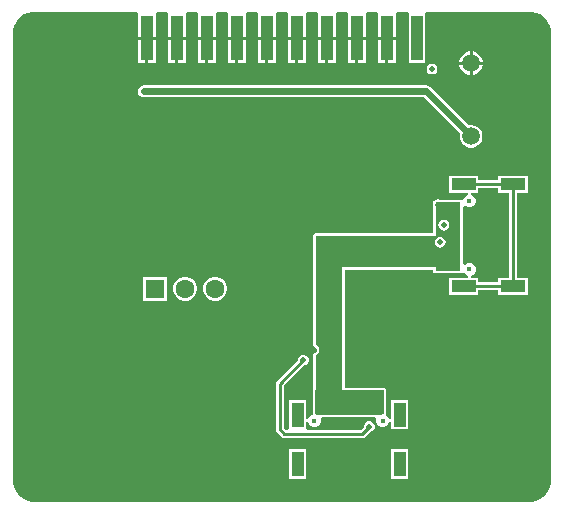
<source format=gbl>
G04*
G04 #@! TF.GenerationSoftware,Altium Limited,Altium Designer,24.10.1 (45)*
G04*
G04 Layer_Physical_Order=4*
G04 Layer_Color=16711680*
%FSLAX44Y44*%
%MOMM*%
G71*
G04*
G04 #@! TF.SameCoordinates,369B9CB0-29D8-4664-9DD5-51349DE9450A*
G04*
G04*
G04 #@! TF.FilePolarity,Positive*
G04*
G01*
G75*
%ADD10C,0.2540*%
%ADD22R,1.0000X3.7000*%
%ADD49C,0.6000*%
%ADD52R,1.6000X1.6000*%
%ADD53C,1.6000*%
%ADD54C,1.5000*%
%ADD55R,1.0000X2.1000*%
%ADD56C,0.4000*%
%ADD57R,2.1000X1.0000*%
%ADD58C,0.5000*%
G36*
X457078Y381741D02*
X460247Y380429D01*
X463098Y378524D01*
X465523Y376098D01*
X467429Y373247D01*
X468741Y370078D01*
X469410Y366715D01*
Y365000D01*
Y-15000D01*
Y-16715D01*
X468741Y-20078D01*
X467429Y-23247D01*
X465523Y-26098D01*
X463098Y-28523D01*
X460247Y-30429D01*
X457078Y-31741D01*
X453715Y-32410D01*
X30285D01*
X26922Y-31741D01*
X23753Y-30429D01*
X20902Y-28523D01*
X18476Y-26098D01*
X16571Y-23247D01*
X15259Y-20078D01*
X14590Y-16715D01*
Y-15000D01*
Y365000D01*
Y366715D01*
X15259Y370078D01*
X16571Y373247D01*
X18476Y376098D01*
X20902Y378524D01*
X23753Y380429D01*
X26922Y381741D01*
X30285Y382410D01*
X118588D01*
X120060Y381040D01*
X120060Y380370D01*
Y361270D01*
X135140D01*
Y380370D01*
X135140Y381040D01*
X136612Y382410D01*
X143988D01*
X145460Y381040D01*
X145460Y380370D01*
Y361270D01*
X160540D01*
Y380370D01*
X160540Y381040D01*
X162012Y382410D01*
X169388D01*
X170860Y381040D01*
X170860Y380370D01*
Y361270D01*
X185940D01*
Y380370D01*
X185940Y381040D01*
X187412Y382410D01*
X194788D01*
X196260Y381040D01*
X196260Y380370D01*
Y361270D01*
X211340D01*
Y380370D01*
X211340Y381040D01*
X212812Y382410D01*
X220188D01*
X221660Y381040D01*
X221660Y380370D01*
Y361270D01*
X236740D01*
Y380370D01*
X236740Y381040D01*
X238212Y382410D01*
X245588D01*
X247060Y381040D01*
X247060Y380370D01*
Y361270D01*
X262140D01*
Y380370D01*
X262140Y381040D01*
X263612Y382410D01*
X270988D01*
X272460Y381040D01*
X272460Y380370D01*
Y361270D01*
X287540D01*
Y380370D01*
X287540Y381040D01*
X289012Y382410D01*
X296388D01*
X297860Y381040D01*
X297860Y380370D01*
Y361270D01*
X312940D01*
Y380370D01*
X312940Y381040D01*
X314412Y382410D01*
X321788D01*
X323260Y381040D01*
X323260Y380370D01*
Y361270D01*
X338340D01*
Y380370D01*
X338340Y381040D01*
X339812Y382410D01*
X348751D01*
X349160Y380540D01*
X349160Y380370D01*
Y339460D01*
X363240D01*
Y380370D01*
X363240Y380540D01*
X363649Y382410D01*
X453715D01*
X457078Y381741D01*
D02*
G37*
%LPC*%
G36*
X403322Y349040D02*
X403270D01*
Y340270D01*
X412040D01*
Y340322D01*
X411356Y342875D01*
X410034Y345165D01*
X408165Y347034D01*
X405875Y348356D01*
X403322Y349040D01*
D02*
G37*
G36*
X400730D02*
X400678D01*
X398125Y348356D01*
X395835Y347034D01*
X393966Y345165D01*
X392644Y342875D01*
X391960Y340322D01*
Y340270D01*
X400730D01*
Y349040D01*
D02*
G37*
G36*
X338340Y358730D02*
X332070D01*
Y338960D01*
X338340D01*
Y358730D01*
D02*
G37*
G36*
X329530D02*
X323260D01*
Y338960D01*
X329530D01*
Y358730D01*
D02*
G37*
G36*
X312940D02*
X306670D01*
Y338960D01*
X312940D01*
Y358730D01*
D02*
G37*
G36*
X304130D02*
X297860D01*
Y338960D01*
X304130D01*
Y358730D01*
D02*
G37*
G36*
X287540D02*
X281270D01*
Y338960D01*
X287540D01*
Y358730D01*
D02*
G37*
G36*
X278730D02*
X272460D01*
Y338960D01*
X278730D01*
Y358730D01*
D02*
G37*
G36*
X262140D02*
X255870D01*
Y338960D01*
X262140D01*
Y358730D01*
D02*
G37*
G36*
X253330D02*
X247060D01*
Y338960D01*
X253330D01*
Y358730D01*
D02*
G37*
G36*
X236740D02*
X230470D01*
Y338960D01*
X236740D01*
Y358730D01*
D02*
G37*
G36*
X227930D02*
X221660D01*
Y338960D01*
X227930D01*
Y358730D01*
D02*
G37*
G36*
X211340D02*
X205070D01*
Y338960D01*
X211340D01*
Y358730D01*
D02*
G37*
G36*
X202530D02*
X196260D01*
Y338960D01*
X202530D01*
Y358730D01*
D02*
G37*
G36*
X185940D02*
X179670D01*
Y338960D01*
X185940D01*
Y358730D01*
D02*
G37*
G36*
X177130D02*
X170860D01*
Y338960D01*
X177130D01*
Y358730D01*
D02*
G37*
G36*
X160540D02*
X154270D01*
Y338960D01*
X160540D01*
Y358730D01*
D02*
G37*
G36*
X151730D02*
X145460D01*
Y338960D01*
X151730D01*
Y358730D01*
D02*
G37*
G36*
X135140D02*
X128870D01*
Y338960D01*
X135140D01*
Y358730D01*
D02*
G37*
G36*
X126330D02*
X120060D01*
Y338960D01*
X126330D01*
Y358730D01*
D02*
G37*
G36*
X369903Y338540D02*
X368097D01*
X366428Y337849D01*
X365151Y336572D01*
X364460Y334903D01*
Y333097D01*
X365151Y331428D01*
X366428Y330151D01*
X368097Y329460D01*
X369903D01*
X371572Y330151D01*
X372849Y331428D01*
X373540Y333097D01*
Y334903D01*
X372849Y336572D01*
X371572Y337849D01*
X369903Y338540D01*
D02*
G37*
G36*
X412040Y337730D02*
X403270D01*
Y328960D01*
X403322D01*
X405875Y329644D01*
X408165Y330966D01*
X410034Y332835D01*
X411356Y335125D01*
X412040Y337678D01*
Y337730D01*
D02*
G37*
G36*
X400730D02*
X391960D01*
Y337678D01*
X392644Y335125D01*
X393966Y332835D01*
X395835Y330966D01*
X398125Y329644D01*
X400678Y328960D01*
X400730D01*
Y337730D01*
D02*
G37*
G36*
X364000Y320139D02*
X125000D01*
X123034Y319748D01*
X121366Y318634D01*
X120252Y316966D01*
X119861Y315000D01*
X120252Y313034D01*
X121366Y311366D01*
X123034Y310252D01*
X125000Y309861D01*
X361871D01*
X392675Y279058D01*
X392460Y278256D01*
Y275744D01*
X393110Y273318D01*
X394366Y271142D01*
X396142Y269366D01*
X398318Y268110D01*
X400744Y267460D01*
X403256D01*
X405682Y268110D01*
X407858Y269366D01*
X409634Y271142D01*
X410890Y273318D01*
X411540Y275744D01*
Y278256D01*
X410890Y280682D01*
X409634Y282858D01*
X407858Y284634D01*
X405682Y285890D01*
X403256Y286540D01*
X400744D01*
X399942Y286325D01*
X367634Y318634D01*
X365966Y319748D01*
X364000Y320139D01*
D02*
G37*
G36*
X450040Y243440D02*
X424960D01*
Y239775D01*
X408240D01*
Y243440D01*
X383160D01*
Y229360D01*
X399479D01*
X399648Y227390D01*
X397703Y226585D01*
X396215Y225096D01*
X395787Y224062D01*
X394039Y223128D01*
X393370Y223116D01*
X393045Y223181D01*
X375771D01*
X374903Y223540D01*
X373097D01*
X372229Y223181D01*
X372045D01*
X371249Y223022D01*
X370574Y222571D01*
X370123Y221896D01*
X369973Y221142D01*
X369460Y219903D01*
Y218097D01*
X369965Y216878D01*
Y195080D01*
X293000D01*
X293000Y195080D01*
X270500D01*
X269704Y194922D01*
X269029Y194471D01*
X268578Y193796D01*
X268420Y193000D01*
Y100331D01*
X268460Y100130D01*
Y99925D01*
X268538Y99736D01*
X268578Y99535D01*
X268692Y99364D01*
X268771Y99175D01*
X268916Y99030D01*
X269029Y98860D01*
X269200Y98746D01*
X269345Y98601D01*
X269534Y98523D01*
X269704Y98409D01*
X269873Y98375D01*
X270774Y97774D01*
X271317Y96960D01*
X271508Y96000D01*
X271317Y95040D01*
X270774Y94226D01*
X269873Y93625D01*
X269704Y93591D01*
X269534Y93477D01*
X269345Y93399D01*
X269200Y93254D01*
X269029Y93140D01*
X268916Y92970D01*
X268771Y92825D01*
X268692Y92636D01*
X268578Y92465D01*
X268538Y92265D01*
X268460Y92075D01*
Y91870D01*
X268420Y91669D01*
Y63307D01*
X268078Y62796D01*
X267920Y62000D01*
Y41574D01*
X267950Y41425D01*
X266404Y40785D01*
X264915Y39297D01*
X264110Y37352D01*
X262140Y37521D01*
Y53840D01*
X248060D01*
Y30415D01*
X248060Y28760D01*
X246180Y28375D01*
X245398D01*
X243375Y30398D01*
Y66102D01*
X260233Y82960D01*
X260903D01*
X262572Y83651D01*
X263849Y84928D01*
X264540Y86597D01*
Y88403D01*
X263849Y90072D01*
X262572Y91349D01*
X260903Y92040D01*
X259097D01*
X257428Y91349D01*
X256151Y90072D01*
X255460Y88403D01*
Y87733D01*
X237614Y69886D01*
X236882Y68791D01*
X236625Y67500D01*
Y29000D01*
X236882Y27708D01*
X237614Y26614D01*
X241614Y22614D01*
X242708Y21882D01*
X244000Y21625D01*
X310000D01*
X311292Y21882D01*
X312386Y22614D01*
X316233Y26460D01*
X316903D01*
X318572Y27151D01*
X319849Y28428D01*
X320540Y30097D01*
Y31903D01*
X319849Y33572D01*
X318572Y34849D01*
X316903Y35540D01*
X315097D01*
X313428Y34849D01*
X312151Y33572D01*
X311460Y31903D01*
Y31233D01*
X308602Y28375D01*
X264021D01*
X262140Y28760D01*
X262140Y30415D01*
Y35079D01*
X264110Y35248D01*
X264915Y33303D01*
X266404Y31815D01*
X268348Y31010D01*
X270452D01*
X272397Y31815D01*
X273885Y33303D01*
X274690Y35248D01*
Y37352D01*
X275738Y38920D01*
X320862D01*
X321910Y37352D01*
Y35248D01*
X322715Y33303D01*
X324203Y31815D01*
X326148Y31010D01*
X328252D01*
X330196Y31815D01*
X331685Y33303D01*
X332490Y35248D01*
X334460Y35079D01*
Y28760D01*
X348540D01*
Y53840D01*
X334460D01*
Y37521D01*
X332490Y37352D01*
X331685Y39297D01*
X330197Y40785D01*
X329922Y41554D01*
X329981Y41854D01*
X330070Y42146D01*
X330060Y42249D01*
X330080Y42350D01*
Y62000D01*
X329922Y62796D01*
X329471Y63471D01*
X328796Y63922D01*
X328000Y64080D01*
X295080D01*
Y163920D01*
X369965D01*
Y163100D01*
X370123Y162305D01*
X370574Y161630D01*
X371249Y161179D01*
X372045Y161021D01*
X393045D01*
X393841Y161179D01*
X394012Y161293D01*
X395544Y161300D01*
X396536Y160982D01*
X397703Y159815D01*
X399648Y159010D01*
X399479Y157040D01*
X383160D01*
Y142960D01*
X408240D01*
Y146625D01*
X424960D01*
Y142960D01*
X450040D01*
Y157040D01*
X440875D01*
Y229360D01*
X450040D01*
Y243440D01*
D02*
G37*
G36*
X186622Y158040D02*
X183978D01*
X181425Y157356D01*
X179135Y156034D01*
X177266Y154165D01*
X175944Y151875D01*
X175260Y149322D01*
Y146678D01*
X175944Y144125D01*
X177266Y141835D01*
X179135Y139966D01*
X181425Y138644D01*
X183978Y137960D01*
X186622D01*
X189175Y138644D01*
X191465Y139966D01*
X193334Y141835D01*
X194656Y144125D01*
X195340Y146678D01*
Y149322D01*
X194656Y151875D01*
X193334Y154165D01*
X191465Y156034D01*
X189175Y157356D01*
X186622Y158040D01*
D02*
G37*
G36*
X161222D02*
X158578D01*
X156025Y157356D01*
X153735Y156034D01*
X151866Y154165D01*
X150544Y151875D01*
X149860Y149322D01*
Y146678D01*
X150544Y144125D01*
X151866Y141835D01*
X153735Y139966D01*
X156025Y138644D01*
X158578Y137960D01*
X161222D01*
X163775Y138644D01*
X166065Y139966D01*
X167934Y141835D01*
X169256Y144125D01*
X169940Y146678D01*
Y149322D01*
X169256Y151875D01*
X167934Y154165D01*
X166065Y156034D01*
X163775Y157356D01*
X161222Y158040D01*
D02*
G37*
G36*
X144540D02*
X124460D01*
Y137960D01*
X144540D01*
Y158040D01*
D02*
G37*
G36*
X348540Y12040D02*
X334460D01*
Y-13040D01*
X348540D01*
Y12040D01*
D02*
G37*
G36*
X262140D02*
X248060D01*
Y-13040D01*
X262140D01*
Y12040D01*
D02*
G37*
%LPD*%
G36*
X424960Y229360D02*
X434125D01*
Y157040D01*
X424960D01*
Y153375D01*
X408240D01*
Y157040D01*
X401921D01*
X401752Y159010D01*
X403697Y159815D01*
X405185Y161304D01*
X405990Y163248D01*
Y165352D01*
X405185Y167297D01*
X403697Y168785D01*
X401752Y169590D01*
X399648D01*
X397703Y168785D01*
X397165Y168246D01*
X395125Y169091D01*
Y217309D01*
X397165Y218154D01*
X397703Y217615D01*
X399648Y216810D01*
X401752D01*
X403697Y217615D01*
X405185Y219103D01*
X405990Y221048D01*
Y223152D01*
X405185Y225096D01*
X403697Y226585D01*
X401752Y227390D01*
X401921Y229360D01*
X408240D01*
Y233025D01*
X424960D01*
Y229360D01*
D02*
G37*
G36*
X393045Y163100D02*
X372045D01*
Y166000D01*
X293000D01*
Y62000D01*
X328000D01*
Y42350D01*
X327200Y41694D01*
X325136Y41283D01*
X324712Y41000D01*
X271888D01*
X271464Y41283D01*
X270000Y41574D01*
Y62000D01*
X270500D01*
Y91669D01*
X270771Y91723D01*
X272273Y92727D01*
X273277Y94229D01*
X273629Y96000D01*
X273277Y97771D01*
X272273Y99273D01*
X270771Y100277D01*
X270500Y100331D01*
Y193000D01*
X293000D01*
Y193000D01*
X372045D01*
Y221101D01*
X393045D01*
Y163100D01*
D02*
G37*
%LPC*%
G36*
X379061Y206478D02*
X377290Y206125D01*
X375788Y205122D01*
X374785Y203620D01*
X374432Y201849D01*
X374785Y200077D01*
X375788Y198575D01*
X377290Y197572D01*
X379061Y197220D01*
X380833Y197572D01*
X382334Y198575D01*
X383338Y200077D01*
X383690Y201849D01*
X383338Y203620D01*
X382334Y205122D01*
X380833Y206125D01*
X379061Y206478D01*
D02*
G37*
G36*
X375962Y191801D02*
X374190Y191449D01*
X372689Y190446D01*
X371685Y188944D01*
X371333Y187172D01*
X371685Y185401D01*
X372689Y183899D01*
X374190Y182896D01*
X375962Y182543D01*
X377733Y182896D01*
X379235Y183899D01*
X380238Y185401D01*
X380591Y187172D01*
X380238Y188944D01*
X379235Y190446D01*
X377733Y191449D01*
X375962Y191801D01*
D02*
G37*
%LPD*%
D10*
X240000Y67500D02*
X260000Y87500D01*
X240000Y29000D02*
Y67500D01*
X437500Y150000D02*
Y236400D01*
X395700Y150000D02*
X437500D01*
X395700Y236400D02*
X437500D01*
X240000Y29000D02*
X244000Y25000D01*
X310000D01*
X316000Y31000D01*
D22*
X356200Y360000D02*
D03*
X330800D02*
D03*
X305400D02*
D03*
X280000D02*
D03*
X254600D02*
D03*
X229200D02*
D03*
X203800D02*
D03*
X178400D02*
D03*
X153000D02*
D03*
X127600D02*
D03*
D49*
X125000Y315000D02*
X364000D01*
X402000Y277000D01*
D52*
X134500Y148000D02*
D03*
D53*
X159900D02*
D03*
X185300D02*
D03*
D54*
X402000Y339000D02*
D03*
Y277000D02*
D03*
D55*
X341500Y-500D02*
D03*
X255100D02*
D03*
X341500Y41300D02*
D03*
X255100D02*
D03*
D56*
X269400Y36300D02*
D03*
X327200D02*
D03*
X400700Y164300D02*
D03*
Y222100D02*
D03*
D57*
X437500Y236400D02*
D03*
Y150000D02*
D03*
X395700Y236400D02*
D03*
Y150000D02*
D03*
D58*
X33000Y141000D02*
D03*
X72000Y241000D02*
D03*
X341000Y153000D02*
D03*
X166052Y36000D02*
D03*
X216052D02*
D03*
X224000Y37000D02*
D03*
X136000Y195000D02*
D03*
X135000Y217000D02*
D03*
X154000Y264000D02*
D03*
X133000Y263000D02*
D03*
X269000Y96000D02*
D03*
X274300Y56847D02*
D03*
X260000Y87500D02*
D03*
X406446Y194785D02*
D03*
X417052Y184179D02*
D03*
X425456Y171754D02*
D03*
X422655Y112017D02*
D03*
X412049Y101411D02*
D03*
X401442Y90804D02*
D03*
X390836Y80197D02*
D03*
X363408Y71797D02*
D03*
X348408D02*
D03*
X333409D02*
D03*
X294152Y34546D02*
D03*
X302260Y67600D02*
D03*
X312866Y78207D02*
D03*
X323953Y88310D02*
D03*
X338948Y88709D02*
D03*
X353948D02*
D03*
X368948D02*
D03*
X382288Y95566D02*
D03*
X391184Y107644D02*
D03*
X403262Y116540D02*
D03*
X408544Y130579D02*
D03*
Y160579D02*
D03*
X402856Y174458D02*
D03*
X375962Y187172D02*
D03*
X379061Y201849D02*
D03*
X128047Y293601D02*
D03*
X359000Y18000D02*
D03*
X24000Y-17000D02*
D03*
X102000Y-27000D02*
D03*
X150000D02*
D03*
X240000Y-26000D02*
D03*
X296000D02*
D03*
X342000Y-27000D02*
D03*
X464000Y276000D02*
D03*
X91000Y360000D02*
D03*
X19000Y27000D02*
D03*
X20000Y72000D02*
D03*
X19000Y119000D02*
D03*
Y148000D02*
D03*
X18000Y194000D02*
D03*
X19000Y232000D02*
D03*
X20000Y301000D02*
D03*
Y328000D02*
D03*
X465000Y106000D02*
D03*
X464000Y213000D02*
D03*
Y187000D02*
D03*
X421000Y356000D02*
D03*
X361000Y271000D02*
D03*
X92000Y90000D02*
D03*
X119000Y81000D02*
D03*
X466052Y336000D02*
D03*
X441052Y286000D02*
D03*
X466052Y236000D02*
D03*
Y136000D02*
D03*
X441052Y86000D02*
D03*
X316052Y336000D02*
D03*
Y236000D02*
D03*
X241052Y86000D02*
D03*
X216052Y336000D02*
D03*
X191052Y286000D02*
D03*
Y-14000D02*
D03*
X166052Y336000D02*
D03*
Y236000D02*
D03*
Y136000D02*
D03*
X116052Y236000D02*
D03*
X91052Y186000D02*
D03*
X116052Y136000D02*
D03*
Y36000D02*
D03*
X41052Y286000D02*
D03*
Y186000D02*
D03*
X66052Y136000D02*
D03*
X41052Y86000D02*
D03*
X66052Y36000D02*
D03*
X298000Y133000D02*
D03*
X251000Y123000D02*
D03*
Y163000D02*
D03*
X252000Y209000D02*
D03*
Y259000D02*
D03*
Y219000D02*
D03*
X226000Y276000D02*
D03*
Y162000D02*
D03*
X225000Y111000D02*
D03*
X207000Y73000D02*
D03*
X186000Y89000D02*
D03*
X131000Y107000D02*
D03*
X186000D02*
D03*
X198000Y130000D02*
D03*
X199000Y166000D02*
D03*
X239000Y245000D02*
D03*
Y192000D02*
D03*
Y173000D02*
D03*
Y145000D02*
D03*
X269000Y323000D02*
D03*
X250000D02*
D03*
X226000Y297000D02*
D03*
Y258000D02*
D03*
X224000Y88000D02*
D03*
X239000Y122000D02*
D03*
Y206000D02*
D03*
Y277000D02*
D03*
X246000Y301000D02*
D03*
X230000Y323000D02*
D03*
X212000D02*
D03*
Y268000D02*
D03*
X225000Y188000D02*
D03*
Y138000D02*
D03*
X156000Y107000D02*
D03*
X208000Y115000D02*
D03*
X108000Y101000D02*
D03*
X213000Y153000D02*
D03*
X210000Y96000D02*
D03*
X186000Y71000D02*
D03*
X125000Y315000D02*
D03*
X371000Y237000D02*
D03*
X350000D02*
D03*
X224000Y9000D02*
D03*
X338000Y62000D02*
D03*
X374000Y149000D02*
D03*
X316000Y31000D02*
D03*
X322300Y58700D02*
D03*
X369000Y334000D02*
D03*
X374000Y168000D02*
D03*
Y219000D02*
D03*
X255000Y63000D02*
D03*
M02*

</source>
